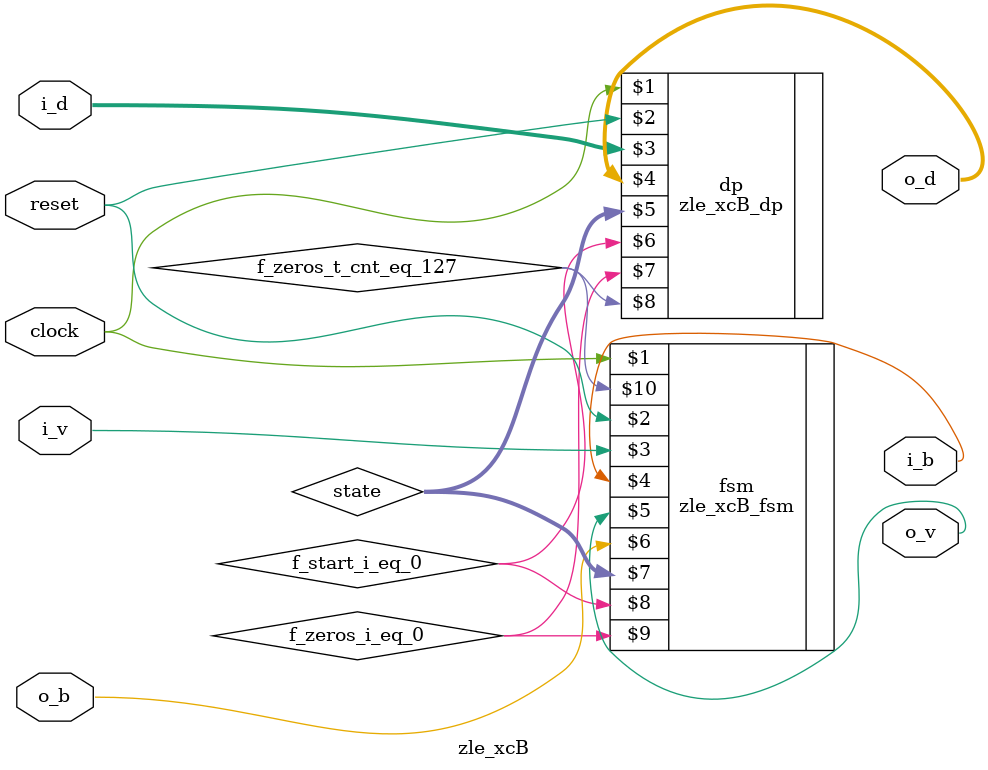
<source format=v>

`include "zle_xcB_fsm.v"
`include "zle_xcB_dp.v"

module zle_xcB (clock, reset,  i_d, i_v, i_b,  o_d, o_v, o_b);
   
   input  clock, reset;
   input  [6:0] i_d;	input  i_v;	output i_b;	// - input  stream i
   output [7:0] o_d;	output o_v;	input  o_b;	// - output stream o

   wire [3:0] 	state;				// - state to datapath
   wire 	f_start_i_eq_0,
		f_zeros_i_eq_0,
		f_zeros_t_cnt_eq_127;		// - flags from datapath
   
   zle_xcB_fsm fsm (clock, reset,  i_v, i_b,  o_v, o_b,  state,
		    f_start_i_eq_0, f_zeros_i_eq_0, f_zeros_t_cnt_eq_127);
   
   zle_xcB_dp  dp  (clock, reset, i_d, o_d, state,
		    f_start_i_eq_0, f_zeros_i_eq_0, f_zeros_t_cnt_eq_127);

endmodule // zle_xcB

</source>
